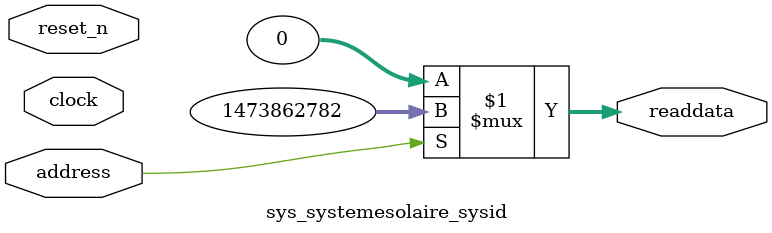
<source format=v>

`timescale 1ns / 1ps
// synthesis translate_on

// turn off superfluous verilog processor warnings 
// altera message_level Level1 
// altera message_off 10034 10035 10036 10037 10230 10240 10030 

module sys_systemesolaire_sysid (
               // inputs:
                address,
                clock,
                reset_n,

               // outputs:
                readdata
             )
;

  output  [ 31: 0] readdata;
  input            address;
  input            clock;
  input            reset_n;

  wire    [ 31: 0] readdata;
  //control_slave, which is an e_avalon_slave
  assign readdata = address ? 1473862782 : 0;

endmodule




</source>
